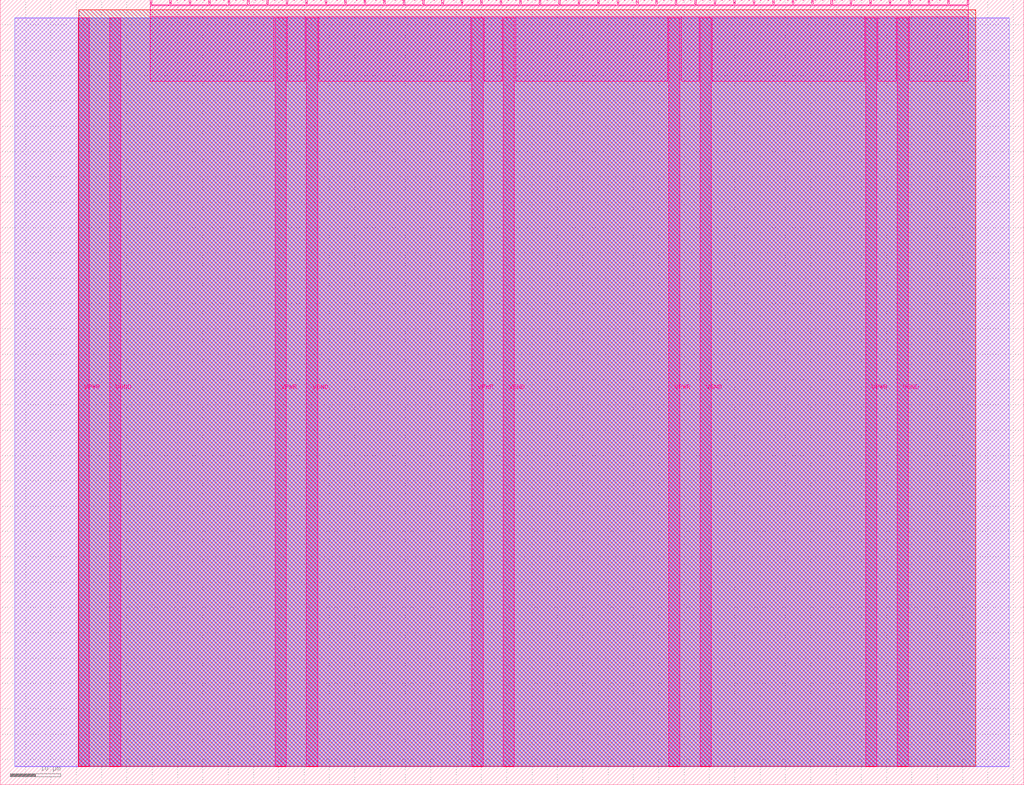
<source format=lef>
VERSION 5.7 ;
  NOWIREEXTENSIONATPIN ON ;
  DIVIDERCHAR "/" ;
  BUSBITCHARS "[]" ;
MACRO tt_um_instrumented_ring_oscillator
  CLASS BLOCK ;
  FOREIGN tt_um_instrumented_ring_oscillator ;
  ORIGIN 0.000 0.000 ;
  SIZE 202.080 BY 154.980 ;
  PIN VGND
    DIRECTION INOUT ;
    USE GROUND ;
    PORT
      LAYER Metal5 ;
        RECT 21.580 3.560 23.780 151.420 ;
    END
    PORT
      LAYER Metal5 ;
        RECT 60.450 3.560 62.650 151.420 ;
    END
    PORT
      LAYER Metal5 ;
        RECT 99.320 3.560 101.520 151.420 ;
    END
    PORT
      LAYER Metal5 ;
        RECT 138.190 3.560 140.390 151.420 ;
    END
    PORT
      LAYER Metal5 ;
        RECT 177.060 3.560 179.260 151.420 ;
    END
  END VGND
  PIN VPWR
    DIRECTION INOUT ;
    USE POWER ;
    PORT
      LAYER Metal5 ;
        RECT 15.380 3.560 17.580 151.420 ;
    END
    PORT
      LAYER Metal5 ;
        RECT 54.250 3.560 56.450 151.420 ;
    END
    PORT
      LAYER Metal5 ;
        RECT 93.120 3.560 95.320 151.420 ;
    END
    PORT
      LAYER Metal5 ;
        RECT 131.990 3.560 134.190 151.420 ;
    END
    PORT
      LAYER Metal5 ;
        RECT 170.860 3.560 173.060 151.420 ;
    END
  END VPWR
  PIN clk
    DIRECTION INPUT ;
    USE SIGNAL ;
    PORT
      LAYER Metal5 ;
        RECT 187.050 153.980 187.350 154.980 ;
    END
  END clk
  PIN ena
    DIRECTION INPUT ;
    USE SIGNAL ;
    ANTENNAGATEAREA 0.180700 ;
    PORT
      LAYER Metal5 ;
        RECT 190.890 153.980 191.190 154.980 ;
    END
  END ena
  PIN rst_n
    DIRECTION INPUT ;
    USE SIGNAL ;
    PORT
      LAYER Metal5 ;
        RECT 183.210 153.980 183.510 154.980 ;
    END
  END rst_n
  PIN ui_in[0]
    DIRECTION INPUT ;
    USE SIGNAL ;
    ANTENNAGATEAREA 0.180700 ;
    PORT
      LAYER Metal5 ;
        RECT 179.370 153.980 179.670 154.980 ;
    END
  END ui_in[0]
  PIN ui_in[1]
    DIRECTION INPUT ;
    USE SIGNAL ;
    ANTENNAGATEAREA 0.180700 ;
    PORT
      LAYER Metal5 ;
        RECT 175.530 153.980 175.830 154.980 ;
    END
  END ui_in[1]
  PIN ui_in[2]
    DIRECTION INPUT ;
    USE SIGNAL ;
    PORT
      LAYER Metal5 ;
        RECT 171.690 153.980 171.990 154.980 ;
    END
  END ui_in[2]
  PIN ui_in[3]
    DIRECTION INPUT ;
    USE SIGNAL ;
    PORT
      LAYER Metal5 ;
        RECT 167.850 153.980 168.150 154.980 ;
    END
  END ui_in[3]
  PIN ui_in[4]
    DIRECTION INPUT ;
    USE SIGNAL ;
    ANTENNAGATEAREA 0.213200 ;
    PORT
      LAYER Metal5 ;
        RECT 164.010 153.980 164.310 154.980 ;
    END
  END ui_in[4]
  PIN ui_in[5]
    DIRECTION INPUT ;
    USE SIGNAL ;
    ANTENNAGATEAREA 0.213200 ;
    PORT
      LAYER Metal5 ;
        RECT 160.170 153.980 160.470 154.980 ;
    END
  END ui_in[5]
  PIN ui_in[6]
    DIRECTION INPUT ;
    USE SIGNAL ;
    ANTENNAGATEAREA 0.213200 ;
    PORT
      LAYER Metal5 ;
        RECT 156.330 153.980 156.630 154.980 ;
    END
  END ui_in[6]
  PIN ui_in[7]
    DIRECTION INPUT ;
    USE SIGNAL ;
    ANTENNAGATEAREA 0.213200 ;
    PORT
      LAYER Metal5 ;
        RECT 152.490 153.980 152.790 154.980 ;
    END
  END ui_in[7]
  PIN uio_in[0]
    DIRECTION INPUT ;
    USE SIGNAL ;
    PORT
      LAYER Metal5 ;
        RECT 148.650 153.980 148.950 154.980 ;
    END
  END uio_in[0]
  PIN uio_in[1]
    DIRECTION INPUT ;
    USE SIGNAL ;
    PORT
      LAYER Metal5 ;
        RECT 144.810 153.980 145.110 154.980 ;
    END
  END uio_in[1]
  PIN uio_in[2]
    DIRECTION INPUT ;
    USE SIGNAL ;
    PORT
      LAYER Metal5 ;
        RECT 140.970 153.980 141.270 154.980 ;
    END
  END uio_in[2]
  PIN uio_in[3]
    DIRECTION INPUT ;
    USE SIGNAL ;
    PORT
      LAYER Metal5 ;
        RECT 137.130 153.980 137.430 154.980 ;
    END
  END uio_in[3]
  PIN uio_in[4]
    DIRECTION INPUT ;
    USE SIGNAL ;
    PORT
      LAYER Metal5 ;
        RECT 133.290 153.980 133.590 154.980 ;
    END
  END uio_in[4]
  PIN uio_in[5]
    DIRECTION INPUT ;
    USE SIGNAL ;
    PORT
      LAYER Metal5 ;
        RECT 129.450 153.980 129.750 154.980 ;
    END
  END uio_in[5]
  PIN uio_in[6]
    DIRECTION INPUT ;
    USE SIGNAL ;
    PORT
      LAYER Metal5 ;
        RECT 125.610 153.980 125.910 154.980 ;
    END
  END uio_in[6]
  PIN uio_in[7]
    DIRECTION INPUT ;
    USE SIGNAL ;
    PORT
      LAYER Metal5 ;
        RECT 121.770 153.980 122.070 154.980 ;
    END
  END uio_in[7]
  PIN uio_oe[0]
    DIRECTION OUTPUT ;
    USE SIGNAL ;
    ANTENNADIFFAREA 0.392700 ;
    PORT
      LAYER Metal5 ;
        RECT 56.490 153.980 56.790 154.980 ;
    END
  END uio_oe[0]
  PIN uio_oe[1]
    DIRECTION OUTPUT ;
    USE SIGNAL ;
    ANTENNADIFFAREA 0.392700 ;
    PORT
      LAYER Metal5 ;
        RECT 52.650 153.980 52.950 154.980 ;
    END
  END uio_oe[1]
  PIN uio_oe[2]
    DIRECTION OUTPUT ;
    USE SIGNAL ;
    ANTENNADIFFAREA 0.392700 ;
    PORT
      LAYER Metal5 ;
        RECT 48.810 153.980 49.110 154.980 ;
    END
  END uio_oe[2]
  PIN uio_oe[3]
    DIRECTION OUTPUT ;
    USE SIGNAL ;
    ANTENNADIFFAREA 0.392700 ;
    PORT
      LAYER Metal5 ;
        RECT 44.970 153.980 45.270 154.980 ;
    END
  END uio_oe[3]
  PIN uio_oe[4]
    DIRECTION OUTPUT ;
    USE SIGNAL ;
    ANTENNADIFFAREA 0.392700 ;
    PORT
      LAYER Metal5 ;
        RECT 41.130 153.980 41.430 154.980 ;
    END
  END uio_oe[4]
  PIN uio_oe[5]
    DIRECTION OUTPUT ;
    USE SIGNAL ;
    ANTENNADIFFAREA 0.392700 ;
    PORT
      LAYER Metal5 ;
        RECT 37.290 153.980 37.590 154.980 ;
    END
  END uio_oe[5]
  PIN uio_oe[6]
    DIRECTION OUTPUT ;
    USE SIGNAL ;
    ANTENNADIFFAREA 0.392700 ;
    PORT
      LAYER Metal5 ;
        RECT 33.450 153.980 33.750 154.980 ;
    END
  END uio_oe[6]
  PIN uio_oe[7]
    DIRECTION OUTPUT ;
    USE SIGNAL ;
    ANTENNADIFFAREA 0.392700 ;
    PORT
      LAYER Metal5 ;
        RECT 29.610 153.980 29.910 154.980 ;
    END
  END uio_oe[7]
  PIN uio_out[0]
    DIRECTION OUTPUT ;
    USE SIGNAL ;
    ANTENNADIFFAREA 0.654800 ;
    PORT
      LAYER Metal5 ;
        RECT 87.210 153.980 87.510 154.980 ;
    END
  END uio_out[0]
  PIN uio_out[1]
    DIRECTION OUTPUT ;
    USE SIGNAL ;
    ANTENNADIFFAREA 0.654800 ;
    PORT
      LAYER Metal5 ;
        RECT 83.370 153.980 83.670 154.980 ;
    END
  END uio_out[1]
  PIN uio_out[2]
    DIRECTION OUTPUT ;
    USE SIGNAL ;
    ANTENNADIFFAREA 0.654800 ;
    PORT
      LAYER Metal5 ;
        RECT 79.530 153.980 79.830 154.980 ;
    END
  END uio_out[2]
  PIN uio_out[3]
    DIRECTION OUTPUT ;
    USE SIGNAL ;
    ANTENNADIFFAREA 0.654800 ;
    PORT
      LAYER Metal5 ;
        RECT 75.690 153.980 75.990 154.980 ;
    END
  END uio_out[3]
  PIN uio_out[4]
    DIRECTION OUTPUT ;
    USE SIGNAL ;
    ANTENNADIFFAREA 0.654800 ;
    PORT
      LAYER Metal5 ;
        RECT 71.850 153.980 72.150 154.980 ;
    END
  END uio_out[4]
  PIN uio_out[5]
    DIRECTION OUTPUT ;
    USE SIGNAL ;
    ANTENNADIFFAREA 0.654800 ;
    PORT
      LAYER Metal5 ;
        RECT 68.010 153.980 68.310 154.980 ;
    END
  END uio_out[5]
  PIN uio_out[6]
    DIRECTION OUTPUT ;
    USE SIGNAL ;
    ANTENNADIFFAREA 0.654800 ;
    PORT
      LAYER Metal5 ;
        RECT 64.170 153.980 64.470 154.980 ;
    END
  END uio_out[6]
  PIN uio_out[7]
    DIRECTION OUTPUT ;
    USE SIGNAL ;
    ANTENNADIFFAREA 0.654800 ;
    PORT
      LAYER Metal5 ;
        RECT 60.330 153.980 60.630 154.980 ;
    END
  END uio_out[7]
  PIN uo_out[0]
    DIRECTION OUTPUT ;
    USE SIGNAL ;
    ANTENNADIFFAREA 0.654800 ;
    PORT
      LAYER Metal5 ;
        RECT 117.930 153.980 118.230 154.980 ;
    END
  END uo_out[0]
  PIN uo_out[1]
    DIRECTION OUTPUT ;
    USE SIGNAL ;
    ANTENNADIFFAREA 0.654800 ;
    PORT
      LAYER Metal5 ;
        RECT 114.090 153.980 114.390 154.980 ;
    END
  END uo_out[1]
  PIN uo_out[2]
    DIRECTION OUTPUT ;
    USE SIGNAL ;
    ANTENNADIFFAREA 0.654800 ;
    PORT
      LAYER Metal5 ;
        RECT 110.250 153.980 110.550 154.980 ;
    END
  END uo_out[2]
  PIN uo_out[3]
    DIRECTION OUTPUT ;
    USE SIGNAL ;
    ANTENNADIFFAREA 0.654800 ;
    PORT
      LAYER Metal5 ;
        RECT 106.410 153.980 106.710 154.980 ;
    END
  END uo_out[3]
  PIN uo_out[4]
    DIRECTION OUTPUT ;
    USE SIGNAL ;
    ANTENNADIFFAREA 0.654800 ;
    PORT
      LAYER Metal5 ;
        RECT 102.570 153.980 102.870 154.980 ;
    END
  END uo_out[4]
  PIN uo_out[5]
    DIRECTION OUTPUT ;
    USE SIGNAL ;
    ANTENNADIFFAREA 0.654800 ;
    PORT
      LAYER Metal5 ;
        RECT 98.730 153.980 99.030 154.980 ;
    END
  END uo_out[5]
  PIN uo_out[6]
    DIRECTION OUTPUT ;
    USE SIGNAL ;
    ANTENNADIFFAREA 0.654800 ;
    PORT
      LAYER Metal5 ;
        RECT 94.890 153.980 95.190 154.980 ;
    END
  END uo_out[6]
  PIN uo_out[7]
    DIRECTION OUTPUT ;
    USE SIGNAL ;
    ANTENNADIFFAREA 0.654800 ;
    PORT
      LAYER Metal5 ;
        RECT 91.050 153.980 91.350 154.980 ;
    END
  END uo_out[7]
  OBS
      LAYER GatPoly ;
        RECT 2.880 3.630 199.200 151.350 ;
      LAYER Metal1 ;
        RECT 2.880 3.560 199.200 151.420 ;
      LAYER Metal2 ;
        RECT 15.515 3.680 192.625 151.300 ;
      LAYER Metal3 ;
        RECT 15.560 3.635 192.580 153.025 ;
      LAYER Metal4 ;
        RECT 15.515 3.680 192.625 152.980 ;
      LAYER Metal5 ;
        RECT 30.120 153.770 33.240 153.980 ;
        RECT 33.960 153.770 37.080 153.980 ;
        RECT 37.800 153.770 40.920 153.980 ;
        RECT 41.640 153.770 44.760 153.980 ;
        RECT 45.480 153.770 48.600 153.980 ;
        RECT 49.320 153.770 52.440 153.980 ;
        RECT 53.160 153.770 56.280 153.980 ;
        RECT 57.000 153.770 60.120 153.980 ;
        RECT 60.840 153.770 63.960 153.980 ;
        RECT 64.680 153.770 67.800 153.980 ;
        RECT 68.520 153.770 71.640 153.980 ;
        RECT 72.360 153.770 75.480 153.980 ;
        RECT 76.200 153.770 79.320 153.980 ;
        RECT 80.040 153.770 83.160 153.980 ;
        RECT 83.880 153.770 87.000 153.980 ;
        RECT 87.720 153.770 90.840 153.980 ;
        RECT 91.560 153.770 94.680 153.980 ;
        RECT 95.400 153.770 98.520 153.980 ;
        RECT 99.240 153.770 102.360 153.980 ;
        RECT 103.080 153.770 106.200 153.980 ;
        RECT 106.920 153.770 110.040 153.980 ;
        RECT 110.760 153.770 113.880 153.980 ;
        RECT 114.600 153.770 117.720 153.980 ;
        RECT 118.440 153.770 121.560 153.980 ;
        RECT 122.280 153.770 125.400 153.980 ;
        RECT 126.120 153.770 129.240 153.980 ;
        RECT 129.960 153.770 133.080 153.980 ;
        RECT 133.800 153.770 136.920 153.980 ;
        RECT 137.640 153.770 140.760 153.980 ;
        RECT 141.480 153.770 144.600 153.980 ;
        RECT 145.320 153.770 148.440 153.980 ;
        RECT 149.160 153.770 152.280 153.980 ;
        RECT 153.000 153.770 156.120 153.980 ;
        RECT 156.840 153.770 159.960 153.980 ;
        RECT 160.680 153.770 163.800 153.980 ;
        RECT 164.520 153.770 167.640 153.980 ;
        RECT 168.360 153.770 171.480 153.980 ;
        RECT 172.200 153.770 175.320 153.980 ;
        RECT 176.040 153.770 179.160 153.980 ;
        RECT 179.880 153.770 183.000 153.980 ;
        RECT 183.720 153.770 186.840 153.980 ;
        RECT 187.560 153.770 190.680 153.980 ;
        RECT 29.660 151.630 191.140 153.770 ;
        RECT 29.660 138.875 54.040 151.630 ;
        RECT 56.660 138.875 60.240 151.630 ;
        RECT 62.860 138.875 92.910 151.630 ;
        RECT 95.530 138.875 99.110 151.630 ;
        RECT 101.730 138.875 131.780 151.630 ;
        RECT 134.400 138.875 137.980 151.630 ;
        RECT 140.600 138.875 170.650 151.630 ;
        RECT 173.270 138.875 176.850 151.630 ;
        RECT 179.470 138.875 191.140 151.630 ;
  END
END tt_um_instrumented_ring_oscillator
END LIBRARY


</source>
